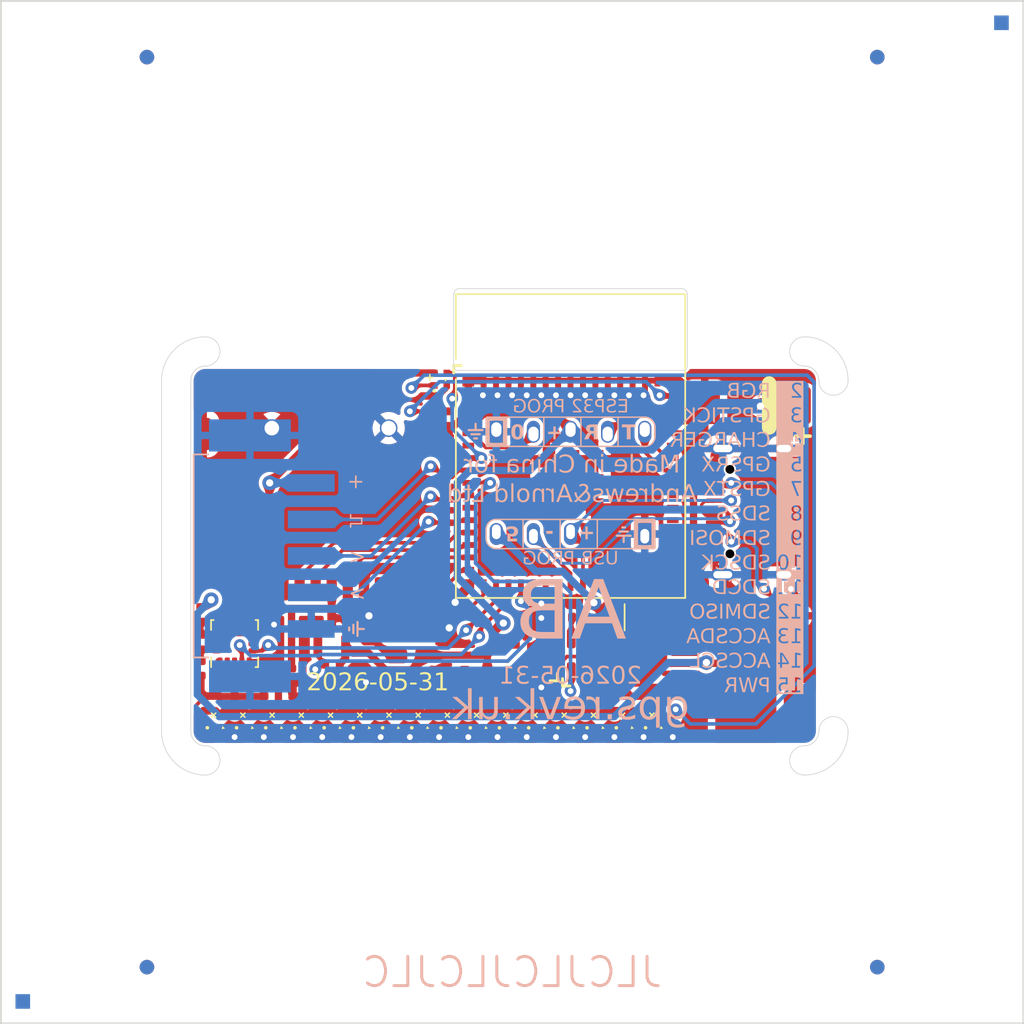
<source format=kicad_pcb>
(kicad_pcb (version 20221018) (generator pcbnew)
  (title_block (title "GPS reference") (date "${DATE}") (rev "5") (company "Adrian Kennard Andrews & Arnold Ltd") (comment 1 "www.me.uk") (comment 2 "@TheRealRevK"))
  (layers (0 "F.Cu" signal) (31 "B.Cu" signal) (34 "B.Paste" user) (35 "F.Paste" user) (36 "B.SilkS" user "B.Silkscreen") (37 "F.SilkS" user "F.Silkscreen") (38 "B.Mask" user) (39 "F.Mask" user) (44 "Edge.Cuts" user))
  (property "DATE" "2022-03-20")
  (net 0 "")
  (net 1 "D+")
  (net 2 "GND")
  (net 3 "D-")
  (net 4 "+3.3V")
  (net 5 "VBUS")
  (net 6 "Net-(J2-CC1)")
  (net 7 "Net-(D2-K)")
  (net 9 "Net-(J2-CC2)")
  (net 11 "GPSTICK")
  (net 12 "GPSTX")
  (net 13 "GPSRX")
  (net 14 "Net-(U1-EN)")
  (net 15 "RGB")
  (net 16 "Net-(J4-0)")
  (net 17 "Net-(J4-Rx)")
  (net 18 "Net-(J4-Tx)")
  (net 26 "VBAT")
  (net 28 "Net-(U3-PROG)")
  (net 31 "ADC1")
  (net 37 "ACCSCL")
  (net 38 "ACCSDA")
  (net 43 "Net-(D15-O)")
  (net 44 "Net-(D4-O)")
  (net 45 "Net-(D7-O)")
  (net 46 "Net-(D8-O)")
  (net 47 "Net-(D10-I)")
  (net 48 "Net-(D10-O)")
  (net 49 "Net-(D11-O)")
  (net 50 "Net-(D12-O)")
  (net 51 "Net-(D13-O)")
  (net 52 "Net-(D14-O)")
  (net 53 "Net-(D16-O)")
  (net 54 "Net-(D17-O)")
  (net 55 "Net-(D18-O)")
  (net 56 "Net-(D19-O)")
  (net 60 "SPWR")
  (net 61 "SDSS")
  (net 62 "SDMOSI")
  (net 63 "SDSCK")
  (net 64 "SDMISO")
  (net 65 "SDCD")
  (net 66 "PWR")
  (net 72 "Net-(R7-Pad1)")
  (net 74 "Net-(D21-O)")
  (net 75 "Net-(D22-O)")
  (net 79 "CHARGER")
  (footprint "RevK:DFN1006-2L" (layer "F.Cu") (at 95.7 97.1 -90)
    (fp_text reference "D5" hide)
    (fp_text value "~")
  )
  (footprint "RevK:SMD1010" (layer "F.Cu") (at 100 114.5 45)
    (fp_text reference "D12" hide)
    (fp_text value "XL-1010RGBC-WS2812B" hide)
  )
  (footprint "RevK:SMD1010" (layer "F.Cu") (at 82 114.5 45)
    (fp_text reference "D22" hide)
    (fp_text value "XL-1010RGBC-WS2812B" hide)
  )
  (footprint "RevK:DFN1006-2L" (layer "F.Cu") (at 90.65 108.45 -90)
    (fp_text reference "D6" hide)
    (fp_text value "~")
  )
  (footprint "RevK:C_0402" (layer "F.Cu") (at 87 113.1 90)
    (fp_text reference "C16" hide)
    (fp_text value "100nF" hide)
  )
  (footprint "RevK:SMD1010" (layer "F.Cu") (at 106 114.5 45)
    (fp_text reference "D9" hide)
    (fp_text value "XL-1010RGBC-WS2812B" hide)
  )
  (footprint "RevK:SMD1010" (layer "F.Cu") (at 95.1 90.9 90)
    (fp_text reference "D4" hide)
    (fp_text value "XL-1010RGBC-WS2812B" hide)
  )
  (footprint "RevK:C_0402" (layer "F.Cu") (at 103 113.1 90)
    (fp_text reference "C8" hide)
    (fp_text value "100nF" hide)
  )
  (footprint "RevK:R_0402" (layer "F.Cu") (at 95.7 93.6 90)
    (fp_text reference "R1" hide)
    (fp_text value "10K" hide)
  )
  (footprint "RevK:SMD1010" (layer "F.Cu") (at 84 114.5 45)
    (fp_text reference "D21" hide)
    (fp_text value "XL-1010RGBC-WS2812B" hide)
  )
  (footprint "RevK:CP_EIA-7343-31_Kemet-D" (layer "F.Cu") (at 116.3 92.7 180)
    (fp_text reference "C2" hide)
    (fp_text value "C_Polarized")
  )
  (footprint "RevK:C_0402" (layer "F.Cu") (at 91 113.1 90)
    (fp_text reference "C14" hide)
    (fp_text value "100nF" hide)
  )
  (footprint "RevK:C_0402" (layer "F.Cu") (at 85 113.1 90)
    (fp_text reference "C17" hide)
    (fp_text value "100nF" hide)
  )
  (footprint "RevK:SMD1010" (layer "F.Cu") (at 104 114.5 45)
    (fp_text reference "D10" hide)
    (fp_text value "XL-1010RGBC-WS2812B" hide)
  )
  (footprint "RevK:DFN1006-2L" (layer "F.Cu") (at 116 105.8)
    (fp_text reference "D20" hide)
    (fp_text value "~")
  )
  (footprint "RevK:C_0805" (layer "F.Cu") (at 112.75 106 -90)
    (fp_text reference "C26" hide)
    (fp_text value "100uF")
  )
  (footprint "RevK:C_0805" (layer "F.Cu") (at 92.1 108.8 90)
    (fp_text reference "C18" hide)
    (fp_text value "100uF")
  )
  (footprint "RevK:VCUT70N" (layer "F.Cu") (at 100 90)
    (fp_text reference "V1" hide)
    (fp_text value "~" hide)
  )
  (footprint "RevK:SOT-23-5" (layer "F.Cu") (at 105 109.8 90)
    (fp_text reference "U3" hide)
    (fp_text value "TP4054")
  )
  (footprint "RevK:SMD1010" (layer "F.Cu") (at 96 114.5 45)
    (fp_text reference "D14" hide)
    (fp_text value "XL-1010RGBC-WS2812B" hide)
  )
  (footprint "RevK:C_0402" (layer "F.Cu") (at 110.2 112.5 90)
    (fp_text reference "C3" hide)
    (fp_text value "100nF" hide)
  )
  (footprint "RevK:C_0402" (layer "F.Cu") (at 89 113.1 90)
    (fp_text reference "C15" hide)
    (fp_text value "100nF" hide)
  )
  (footprint "RevK:R_0402" (layer "F.Cu") (at 119.7 106.6 90)
    (fp_text reference "R3" hide)
    (fp_text value "5K1" hide)
  )
  (footprint "RevK:R_0402" (layer "F.Cu") (at 78.7 108.9 -90)
    (fp_text reference "R7" hide)
    (fp_text value "100K 1%" hide)
  )
  (footprint "RevK:C_0402" (layer "F.Cu") (at 109 113.1 90)
    (fp_text reference "C4" hide)
    (fp_text value "100nF" hide)
  )
  (footprint "RevK:C_0402" (layer "F.Cu") (at 105 113.1 90)
    (fp_text reference "C7" hide)
    (fp_text value "100nF" hide)
  )
  (footprint "RevK:D_SOD-123" (layer "F.Cu") (at 108.8 107.2)
    (fp_text reference "D2" hide)
    (fp_text value "MBR0530")
  )
  (footprint "RevK:SMD1010" (layer "F.Cu") (at 88 114.5 45)
    (fp_text reference "D18" hide)
    (fp_text value "XL-1010RGBC-WS2812B" hide)
  )
  (footprint "RevK:SOT-23-5" (layer "F.Cu") (at 101 110 180)
    (fp_text reference "U4" hide)
    (fp_text value "ME6211C33M5G-N")
  )
  (footprint "RevK:USB-C-Socket-H" (layer "F.Cu") (at 116.3 99.965 90)
    (fp_text reference "J2" hide)
    (fp_text value "USB-C-Socket-V")
  )
  (footprint "RevK:C_0402" (layer "F.Cu") (at 83 113.1 90)
    (fp_text reference "C23" hide)
    (fp_text value "100nF" hide)
  )
  (footprint "RevK:ESP32-S3-MINI-1" (layer "F.Cu") (at 104 98)
    (fp_text reference "U1" hide)
    (fp_text value "ESP32-S3-MINI-1" hide)
  )
  (footprint "RevK:SOT-23" (layer "F.Cu") (at 87.65 108.2 90)
    (fp_text reference "Q2" hide)
    (fp_text value "C179347")
  )
  (footprint "RevK:C_0402" (layer "F.Cu") (at 101 113.1 90)
    (fp_text reference "C9" hide)
    (fp_text value "100nF" hide)
  )
  (footprint "RevK:R_0402" (layer "F.Cu") (at 103.6 107.2)
    (fp_text reference "R4" hide)
    (fp_text value "10K" hide)
  )
  (footprint "RevK:VCUT70N" (layer "F.Cu") (at 121 100 90)
    (fp_text reference "V2" hide)
    (fp_text value "~" hide)
  )
  (footprint "RevK:SMD1010" (layer "F.Cu") (at 94 114.5 45)
    (fp_text reference "D15" hide)
    (fp_text value "XL-1010RGBC-WS2812B" hide)
  )
  (footprint "RevK:TF_PUSH" (layer "F.Cu") (at 86.6 99.95 180)
    (fp_text reference "J6" hide)
    (fp_text value "TF_PUSH")
  )
  (footprint "RevK:C_0805" (layer "F.Cu") (at 94.1 108.75 90)
    (fp_text reference "C1" hide)
    (fp_text value "100uF")
  )
  (footprint "RevK:C_0402" (layer "F.Cu") (at 79 113.1 90)
    (fp_text reference "C25" hide)
    (fp_text value "100nF" hide)
  )
  (footprint "RevK:R_0402" (layer "F.Cu") (at 105.5 107.2 180)
    (fp_text reference "R5" hide)
    (fp_text value "10K" hide)
  )
  (footprint "RevK:C_0402" (layer "F.Cu") (at 107 113.1 90)
    (fp_text reference "C6" hide)
    (fp_text value "100nF" hide)
  )
  (footprint "RevK:SMD1010" (layer "F.Cu") (at 80 114.5 45)
    (fp_text reference "D23" hide)
    (fp_text value "XL-1010RGBC-WS2812B" hide)
  )
  (footprint "RevK:C_0402" (layer "F.Cu") (at 99 113.1 90)
    (fp_text reference "C10" hide)
    (fp_text value "100nF" hide)
  )
  (footprint "RevK:SMD1010" (layer "F.Cu") (at 90 114.5 45)
    (fp_text reference "D17" hide)
    (fp_text value "XL-1010RGBC-WS2812B" hide)
  )
  (footprint "RevK:DFN1006-2L" (layer "F.Cu") (at 95.7 100.3 -90)
    (fp_text reference "D1" hide)
    (fp_text value "~")
  )
  (footprint "RevK:R_0402" (layer "F.Cu") (at 78.7 107 -90)
    (fp_text reference "R9" hide)
    (fp_text value "100K 1%" hide)
  )
  (footprint "RevK:C_0402" (layer "F.Cu") (at 93 113.1 90)
    (fp_text reference "C13" hide)
    (fp_text value "100nF" hide)
  )
  (footprint "RevK:C_0402" (layer "F.Cu") (at 94.6 92.55 90)
    (fp_text reference "C5" hide)
    (fp_text value "1uF" hide)
  )
  (footprint "RevK:C_0603" (layer "F.Cu") (at 97.525 111 180)
    (fp_text reference "C20" hide)
    (fp_text value "22uF")
  )
  (footprint "RevK:SMD1010" (layer "F.Cu") (at 98 114.5 45)
    (fp_text reference "D13" hide)
    (fp_text value "XL-1010RGBC-WS2812B" hide)
  )
  (footprint "RevK:SOT-23" (layer "F.Cu") (at 108.9375 110)
    (fp_text reference "Q1" hide)
    (fp_text value "CJ2301")
  )
  (footprint "RevK:SMD1010" (layer "F.Cu") (at 110 114.5 45)
    (fp_text reference "D7" hide)
    (fp_text value "XL-1010RGBC-WS2812B" hide)
  )
  (footprint "RevK:VCUT70N" (layer "F.Cu") (at 100 116)
    (fp_text reference "V4" hide)
    (fp_text value "~" hide)
  )
  (footprint "RevK:C_0603" (layer "F.Cu") (at 81.6 106 180)
    (fp_text reference "C22" hide)
    (fp_text value "22uF")
  )
  (footprint "RevK:SMD1010" (layer "F.Cu") (at 102 114.5 45)
    (fp_text reference "D11" hide)
    (fp_text value "XL-1010RGBC-WS2812B" hide)
  )
  (footprint "RevK:C_0402" (layer "F.Cu") (at 81 113.1 90)
    (fp_text reference "C24" hide)
    (fp_text value "100nF" hide)
  )
  (footprint "RevK:SMD1010" (layer "F.Cu") (at 108 114.5 45)
    (fp_text reference "D8" hide)
    (fp_text value "XL-1010RGBC-WS2812B" hide)
  )
  (footprint "RevK:C_0402" (layer "F.Cu") (at 84.9 111.2 -90)
    (fp_text reference "C21" hide)
    (fp_text value "100nF" hide)
  )
  (footprint "RevK:R_0402" (layer "F.Cu") (at 87.7 110.4 180)
    (fp_text reference "R6" hide)
    (fp_text value "10K" hide)
  )
  (footprint "RevK:R_0402" (layer "F.Cu") (at 118.7 106.6 -90)
    (fp_text reference "R2" hide)
    (fp_text value "5K1" hide)
  )
  (footprint "RevK:C_0402" (layer "F.Cu") (at 97 113.1 90)
    (fp_text reference "C11" hide)
    (fp_text value "100nF" hide)
  )
  (footprint "RevK:JST_PH_S2B-PH-SM4-TB_1x02-1MP_P2.00mm_Horizontal" (layer "F.Cu") (at 116 111)
    (fp_text reference "J1" hide)
    (fp_text value "JST-PH-SM4-TB")
  )
  (footprint "Package_LGA:LGA-16_3x3mm_P0.5mm_LayoutBorder3x5y" (layer "F.Cu") (at 81 109 90)
    (fp_text reference "U2" hide)
    (fp_text value "~")
  )
  (footprint "RevK:C_0402" (layer "F.Cu") (at 95.7 95.4 -90)
    (fp_text reference "C19" hide)
    (fp_text value "100nF" hide)
  )
  (footprint "RevK:SMD1010" (layer "F.Cu") (at 86 114.5 45)
    (fp_text reference "D19" hide)
    (fp_text value "XL-1010RGBC-WS2812B" hide)
  )
  (footprint "RevK:R_0402" (layer "F.Cu") (at 78.7 110.7 -90)
    (fp_text reference "R8" hide)
    (fp_text value "100K 1%" hide)
  )
  (footprint "RevK:C_0402" (layer "F.Cu") (at 95 113.1 90)
    (fp_text reference "C12" hide)
    (fp_text value "100nF" hide)
  )
  (footprint "RevK:SMD1010" (layer "F.Cu") (at 92 114.5 45)
    (fp_text reference "D16" hide)
    (fp_text value "XL-1010RGBC-WS2812B" hide)
  )
  (footprint "RevK:DFN1006-2L" (layer "F.Cu") (at 95.7 98.7 -90)
    (fp_text reference "D3" hide)
    (fp_text value "~")
  )
  (footprint "RevK:PTSM-HH-5-RA-SMD" (layer "B.Cu") (at 80.9 103 90)
    (fp_text reference "J3" hide)
    (fp_text value "Conn_01x05")
  )
  (footprint "RevK:PCB7070" (layer "B.Cu") (at 100 100 180)
    (fp_text reference "PCB1" hide)
    (fp_text value "70x70" hide)
    (fp_line (start -35 -35) (end -35 35) (stroke (width 0.12)) (layer "Edge.Cuts"))
    (fp_line (start -35 35) (end 35 35) (stroke (width 0.12)) (layer "Edge.Cuts"))
    (fp_line (start 35 -35) (end -35 -35) (stroke (width 0.12)) (layer "Edge.Cuts"))
    (fp_line (start 35 35) (end 35 -35) (stroke (width 0.12)) (layer "Edge.Cuts"))
  )
  (footprint "RevK:USB-PROG" (layer "B.Cu") (at 104 101.5)
    (fp_text reference "J5" hide)
    (fp_text value "USB-PROG" hide)
  )
  (footprint "RevK:Shelly" (layer "B.Cu") (at 104 94.5 180)
    (fp_text reference "J4" hide)
    (fp_text value "Shelly" hide)
  )
  (gr_arc (start 120 88) (mid 122.12132 88.87868) (end 123 91) (stroke (width 0.05)) (layer "Edge.Cuts"))
  (gr_arc (start 79 88) (mid 80 89) (end 79 90) (stroke (width 0.05)) (layer "Edge.Cuts"))
  (gr_arc (start 120 90) (mid 119 89) (end 120 88) (stroke (width 0.05)) (layer "Edge.Cuts"))
  (gr_arc (start 112 90) (mid 111.912132 90.212132) (end 111.7 90.3) (stroke (width 0.05)) (layer "Edge.Cuts"))
  (gr_line (start 112 90) (end 112 85.1) (stroke (width 0.05)) (layer "Edge.Cuts"))
  (gr_line (start 76 115) (end 76 91) (stroke (width 0.05)) (layer "Edge.Cuts"))
  (gr_arc (start 123 115) (mid 122.12132 117.12132) (end 120 118) (stroke (width 0.05)) (layer "Edge.Cuts"))
  (gr_arc (start 76 91) (mid 76.87868 88.87868) (end 79 88) (stroke (width 0.05)) (layer "Edge.Cuts"))
  (gr_arc (start 78 91) (mid 78.292893 90.292893) (end 79 90) (stroke (width 0.05)) (layer "Edge.Cuts"))
  (gr_arc (start 121 115) (mid 120.707107 115.707107) (end 120 116) (stroke (width 0.05)) (layer "Edge.Cuts"))
  (gr_arc (start 96 85.1) (mid 96.117157 84.817157) (end 96.4 84.7) (stroke (width 0.05)) (layer "Edge.Cuts"))
  (gr_arc (start 121 115) (mid 122 114) (end 123 115) (stroke (width 0.05)) (layer "Edge.Cuts"))
  (gr_arc (start 96.3 90.3) (mid 96.087868 90.212132) (end 96 90) (stroke (width 0.05)) (layer "Edge.Cuts"))
  (gr_arc (start 79 116) (mid 78.292893 115.707107) (end 78 115) (stroke (width 0.05)) (layer "Edge.Cuts"))
  (gr_arc (start 123 91) (mid 122 92) (end 121 91) (stroke (width 0.05)) (layer "Edge.Cuts"))
  (gr_arc (start 120 90) (mid 120.707107 90.292893) (end 121 91) (stroke (width 0.05)) (layer "Edge.Cuts"))
  (gr_arc (start 79 116) (mid 80 117) (end 79 118) (stroke (width 0.05)) (layer "Edge.Cuts"))
  (gr_arc (start 120 118) (mid 119 117) (end 120 116) (stroke (width 0.05)) (layer "Edge.Cuts"))
  (gr_arc (start 79 118) (mid 76.87868 117.12132) (end 76 115) (stroke (width 0.05)) (layer "Edge.Cuts"))
  (gr_line (start 78 91) (end 78 115) (stroke (width 0.05)) (layer "Edge.Cuts"))
  (gr_line (start 96.3 90.3) (end 111.7 90.3) (stroke (width 0.05)) (layer "Edge.Cuts"))
  (gr_arc (start 111.6 84.7) (mid 111.882843 84.817157) (end 112 85.1) (stroke (width 0.05)) (layer "Edge.Cuts"))
  (gr_line (start 111.6 84.7) (end 96.4 84.7) (stroke (width 0.05)) (layer "Edge.Cuts"))
  (gr_line (start 96 90) (end 96 85.1) (stroke (width 0.05)) (layer "Edge.Cuts"))
  (gr_text "${CURRENT_DATE}" (at 104 111.25) (layer "B.SilkS") (effects (font (size 1.2 1.2)) (justify mirror)))
  (gr_text "⎍" (at 89.4 100.6 -90) (layer "B.SilkS") (effects (font (size 1 1) (thickness 0.1)) (justify mirror)))
  (gr_text "Made in China for\nAndrews&Arnold Ltd" (at 104.1 97.8) (layer "B.SilkS") (effects (font (size 1.2 1.2)) (justify mirror)))
  (gr_text ">" (at 89.4 105.6) (layer "B.SilkS") (effects (font (size 1 1)) (justify mirror)))
  (gr_text "RGB\nGPSTICK\nCHARGER\nGPSRX\nGPSTX\nSDSS\nSDMOSI\nSDSCK\nSDCD\nSDMISO\nACCSDA\nACCSCL\nPWR" (at 117.7 112.5) (layer "B.SilkS") (effects (font (size 1 1)) (justify left bottom mirror)))
  (gr_text "+" (at 89.3 97.9 180) (layer "B.SilkS") (effects (font (size 1 1)) (justify mirror)))
  (gr_text "⏚" (at 89.3 108 -90) (layer "B.SilkS") (effects (font (size 1 1)) (justify mirror)))
  (gr_text "2\n3\n4\n5\n7\n8\n9\n10\n11\n12\n13\n14\n15" (at 119.9 112.5) (layer "B.SilkS" knockout) (effects (font (size 1 1)) (justify left bottom mirror)))
  (gr_text "AB" (at 104 107) (layer "B.SilkS") (effects (font (size 4 4)) (justify mirror)))
  (gr_text "<" (at 89.4 103.1) (layer "B.SilkS") (effects (font (size 1 1)) (justify mirror)))
  (gr_text "gps.revk.uk" (at 104 113.35) (layer "B.SilkS") (effects (font (size 2 2)) (justify mirror)))
  (gr_text "${CURRENT_DATE}" (at 90.8 111.7) (layer "F.SilkS") (effects (font (size 1.2 1.2))))
  (segment (start 113.23759 99.215) (end 112.97 99.48259) (width 0.2) (layer "F.Cu") (net 1))
  (segment (start 112.97 99.94741) (end 113.23759 100.215) (width 0.2) (layer "F.Cu") (net 1))
  (segment (start 104.85 102.2) (end 104 101.35) (width 0.25) (layer "F.Cu") (net 1))
  (segment (start 104.85 105) (end 104.85 102.2) (width 0.25) (layer "F.Cu") (net 1))
  (segment (start 113.84 99.215) (end 113.23759 99.215) (width 0.2) (layer "F.Cu") (net 1))
  (segment (start 112.97 99.48259) (end 112.97 99.94741) (width 0.2) (layer "F.Cu") (net 1))
  (segment (start 113.84 99.215) (end 114.985 99.215) (width 0.2) (layer "F.Cu") (net 1))
  (segment (start 114.985 99.215) (end 115 99.2) (width 0.2) (layer "F.Cu") (net 1))
  (segment (start 113.23759 100.215) (end 113.84 100.215) (width 0.2) (layer "F.Cu") (net 1))
  (via (at 115 99.2) (size 0.8) (drill 0.4) (layers "F.Cu" "B.Cu") (net 1))
  (segment (start 106.15 99.2) (end 104 101.35) (width 0.2) (layer "B.Cu") (net 1))
  (segment (start 115 99.2) (end 106.15 99.2) (width 0.2) (layer "B.Cu") (net 1))
  (segment (start 80.5 107.414212) (end 80.739212 107.175) (width 0.25) (layer "F.Cu") (net 2))
  (segment (start 102.1375 110) (end 102.799999 110) (width 0.5) (layer "F.Cu") (net 2))
  (segment (start 95.672671 107.9) (end 95.697671 107.925) (width 0.5) (layer "F.Cu") (net 2))
  (segment (start 95.7 95.9) (end 95.380001 95.9) (width 0.5) (layer "F.Cu") (net 2))
  (segment (start 108.85 92.85) (end 108 92) (width 0.5) (layer "F.Cu") (net 2))
  (segment (start 92.875 94.875) (end 93.1 94.65) (width 0.5) (layer "F.Cu") (net 2))
  (segment (start 114.42 104.545) (end 115.675 105.8) (width 0.5) (layer "F.Cu") (net 2))
  (segment (start 103.3 109.499999) (end 103.3 108.55) (width 0.5) (layer "F.Cu") (net 2))
  (segment (start 114.625 106.85) (end 115 106.475) (width 0.5) (layer "F.Cu") (net 2))
  (segment (start 80.825 106) (end 80.825 106.925) (width 0.5) (layer "F.Cu") (net 2))
  (segment (start 79 112.6) (end 78.7 112.3) (width 0.5) (layer "F.Cu") (net 2))
  (segment (start 113.84 103.705) (end 114.42 104.285) (width 0.5) (layer "F.Cu") (net 2))
  (segment (start 92.875 98.1) (end 92.875 99.775) (width 0.5) (layer "F.Cu") (net 2))
  (segment (start 109.639188 92.85) (end 108.85 92.85) (width 0.5) (layer "F.Cu") (net 2))
  (segment (start 89.85 104.45) (end 90.3 104) (width 0.5) (layer "F.Cu") (net 2))
  (segment (start 90.3 104) (end 94.1 104) (width 0.5) (layer "F.Cu") (net 2))
  (segment (start 115 108.15) (end 115 106.475) (width 0.5) (layer "F.Cu") (net 2))
  (segment (start 109.6 112) (end 110.2 112) (width 0.5) (layer "F.Cu") (net 2))
  (segment (start 95.6 98.275) (end 95.175 98.275) (width 0.5) (layer "F.Cu") (net 2))
  (segment (start 113.84 103.165) (end 113.84 103.705) (width 0.5) (layer "F.Cu") (net 2))
  (segment (start 80.825 105.325) (end 79.75 104.25) (width 0.5) (layer "F.Cu") (net 2))
  (segment (start 95.380001 95.9) (end 94.35 94.869999) (width 0.5) (layer "F.Cu") (net 2))
  (segment (start 112.75 106.85) (end 114.625 106.85) (width 0.5) (layer "F.Cu") (net 2))
  (segment (start 95.525 91.575) (end 95 92.1) (width 0.25) (layer "F.Cu") (net 2))
  (segment (start 78.7 112.3) (end 78.7 111.2) (width 0.5) (layer "F.Cu") (net 2))
  (segment (start 111 91) (end 111.4875 91) (width 0.5) (layer "F.Cu") (net 2))
  (segment (start 97 105) (end 97 105.275) (width 0.5) (layer "F.Cu") (net 2))
  (segment (start 89.85 105.25) (end 89.85 104.45) (width 0.5) (layer "F.Cu") (net 2))
  (segment (start 80.825 106) (end 80.825 105.325) (width 0.5) (layer "F.Cu") (net 2))
  (segment (start 110.539189 93.75) (end 109.639188 92.85) (width 0.5) (layer "F.Cu") (net 2))
  (segment (start 95 92.1) (end 94.6 92.1) (width 0.25) (layer "F.Cu") (net 2))
  (segment (start 94.775 99.875) (end 95.6 99.875) (width 0.5) (layer "F.Cu") (net 2))
  (segment (start 111.15 115.4) (end 112.65 113.9) (width 0.5) (layer "F.Cu") (net 2))
  (segment (start 104.301056 106.25) (end 102 106.25) (width 0.5) (layer "F.Cu") (net 2))
  (segment (start 94.8 97.9) (end 93.075 97.9) (width 0.5) (layer "F.Cu") (net 2))
  (segment (start 113.1875 92.7) (end 112.1375 93.75) (width 0.5) (layer "F.Cu") (net 2))
  (segment (start 111 115.4) (end 111.15 115.4) (width 0.5) (layer "F.Cu") (net 2))
  (segment (start 81.5 107.414212) (end 81.5 107.775) (width 0.25) (layer "F.Cu") (net 2))
  (segment (start 112.1375 93.75) (end 111 93.75) (width 0.5) (layer "F.Cu") (net 2))
  (segment (start 113.84 96.765) (end 113.84 96.225) (width 0.5) (layer "F.Cu") (net 2))
  (segment (start 93.1 94.65) (end 94.35 94.65) (width 0.5) (layer "F.Cu") (net 2))
  (segment (start 105 107.2) (end 105 106.948944) (width 0.5) (layer "F.Cu") (net 2))
  (segment (start 102.799999 110) (end 103.3 109.499999) (width 0.5) (layer "F.Cu") (net 2))
  (segment (start 80.5 107.775) (end 80.5 107.414212) (width 0.25) (layer "F.Cu") (net 2))
  (segment (start 93.075 97.9) (end 92.875 98.1) (width 0.5) (layer "F.Cu") (net 2))
  (segment (start 84.9 111.7) (end 85.219999 111.7) (width 0.5) (layer "F.Cu") (net 2))
  (segment (start 80.739212 107.175) (end 81.260788 107.175) (width 0.25) (layer "F.Cu") (net 2))
  (segment (start 95.7 96.675) (end 95.7 95.9) (width 0.5) (layer "F.Cu") (net 2))
  (segment (start 79 115.4) (end 78.355 114.755) (width 0.25) (layer "F.Cu") (net 2))
  (segment (start 78.355 114.755) (end 78.355 113.245) (width 0.25) (layer "F.Cu") (net 2))
  (segment (start 115 106.475) (end 115.675 105.8) (width 0.5) (layer "F.Cu") (net 2))
  (segment (start 114.42 104.285) (end 114.42 104.545) (width 0.5) (layer "F.Cu") (net 2))
  (segment (start 111 93.75) (end 110.539189 93.75) (width 0.5) (layer "F.Cu") (net 2))
  (segment (start 111.4875 91) (end 113.1875 92.7) (width 0.5) (layer "F.Cu") (net 2))
  (segment (start 80.825 106.925) (end 81 107.1) (width 0.5) (layer "F.Cu") (net 2))
  (segment (start 95.175 98.275) (end 94.8 97.9) (width 0.5) (layer "F.Cu") (net 2))
  (segment (start 97 105.275) (end 96.1 106.175) (width 0.5) (layer "F.Cu") (net 2))
  (segment (start 85.219999 111.7) (end 85.67 111.249999) (width 0.5) (layer "F.Cu") (net 2))
  (segment (start 81.260788 107.175) (end 81.5 107.414212) (width 0.25) (layer "F.Cu") (net 2))
  (segment (start 113.84 96.225) (end 114.42 95.645) (width 0.5) (layer "F.Cu") (net 2))
  (segment (start 95.525 91.325) (end 95.525 91.575) (width 0.25) (layer "F.Cu") (net 2))
  (segment (start 78.355 113.245) (end 79 112.6) (width 0.25) (layer "F.Cu") (net 2))
  (segment (start 92.875 98.1) (end 92.875 94.875) (width 0.5) (layer "F.Cu") (net 2))
  (segment (start 92.9 99.8) (end 94.7 99.8) (width 0.5) (layer "F.Cu") (net 2))
  (segment (start 85.67 111.249999) (end 85.67 108.03) (width 0.5) (layer "F.Cu") (net 2))
  (segment (start 94.7 99.8) (end 94.775 99.875) (width 0.5) (layer "F.Cu") (net 2))
  (segment (start 103.3 108.55) (end 102 107.25) (width 0.5) (layer "F.Cu") (net 2))
  (segment (start 92.875 99.775) (end 92.9 99.8) (width 0.5) (layer "F.Cu") (net 2))
  (segment (start 109 112.6) (end 109.6 112) (width 0.5) (layer "F.Cu") (net 2))
  (segment (start 94.1 107.9) (end 95.672671 107.9) (width 0.5) (layer "F.Cu") (net 2))
  (segment (start 105 106.948944) (end 104.301056 106.25) (width 0.5) (layer "F.Cu") (net 2))
  (via (at 99 115.4) (size 0.8) (drill 0.4) (layers "F.Cu" "B.Cu") (net 2))
  (via (at 109 92) (size 0.8) (drill 0.4) (layers "F.Cu" "B.Cu") (net 2))
  (via (at 104 92) (size 0.8) (drill 0.4) (layers "F.Cu" "B.Cu") (net 2))
  (via (at 111 115.4) (size 0.8) (drill 0.4) (layers "F.Cu" "B.Cu") (net 2))
  (via (at 108 92) (size 0.8) (drill 0.4) (layers "F.Cu" "B.Cu") (net 2))
  (via (at 89 115.4) (size 0.8) (drill 0.4) (layers "F.Cu" "B.Cu") (net 2))
  (via (at 100 92) (size 0.8) (drill 0.4) (layers "F.Cu" "B.Cu") (net 2))
  (via (at 107 115.4) (size 0.8) (drill 0.4) (layers "F.Cu" "B.Cu") (net 2))
  (via (at 99 92) (size 0.8) (drill 0.4) (layers "F.Cu" "B.Cu") (net 2))
  (via (at 103 115.4) (size 0.8) (drill 0.4) (layers "F.Cu" "B.Cu") (net 2))
  (via (at 93 115.4) (size 0.8) (drill 0.4) (layers "F.Cu" "B.Cu") (net 2))
  (via (at 107 92) (size 0.8) (drill 0.4) (layers "F.Cu" "B.Cu") (net 2))
  (via (at 96.1 106.175) (size 1) (drill 0.5) (layers "F.Cu" "B.Cu") (net 2))
  (via (at 103 92) (size 0.8) (drill 0.4) (layers "F.Cu" "B.Cu") (net 2))
  (via (at 90.2 107.1) (size 1) (drill 0.5) (layers "F.Cu" "B.Cu") (net 2))
  (via (at 98 92) (size 0.8) (drill 0.4) (layers "F.Cu" "B.Cu") (net 2))
  (via (at 102 107.25) (size 0.8) (drill 0.4) (layers "F.Cu" "B.Cu") (net 2))
  (via (at 97 115.4) (size 0.8) (drill 0.4) (layers "F.Cu" "B.Cu") (net 2))
  (via (at 91 115.4) (size 0.8) (drill 0.4) (layers "F.Cu" "B.Cu") (net 2))
  (via (at 95.697671 107.925) (size 1) (drill 0.5) (layers "F.Cu" "B.Cu") (net 2))
  (via (at 87 115.4) (size 0.8) (drill 0.4) (layers "F.Cu" "B.Cu") (net 2))
  (via (at 101 92) (size 0.8) (drill 0.4) (layers "F.Cu" "B.Cu") (net 2))
  (via (at 102 92) (size 0.8) (drill 0.4) (layers "F.Cu" "B.Cu") (net 2))
  (via (at 81 115.4) (size 0.8) (drill 0.4) (layers "F.Cu" "B.Cu") (net 2))
  (via (at 95 115.4) (size 0.8) (drill 0.4) (layers "F.Cu" "B.Cu") (net 2))
  (via (at 102 106.25) (size 0.8) (drill 0.4) (layers "F.Cu" "B.Cu") (net 2))
  (via (at 90 111.65) (size 0.8) (drill 0.4) (layers "F.Cu" "B.Cu") (net 2))
  (via (at 109 115.4) (size 0.8) (drill 0.4) (layers "F.Cu" "B.Cu") (net 2))
  (via (at 102 112) (size 0.8) (drill 0.4) (layers "F.Cu" "B.Cu") (net 2))
  (via (at 105 115.4) (size 0.8) (drill 0.4) (layers "F.Cu" "B.Cu") (net 2))
  (via (at 106 92) (size 0.8) (drill 0.4) (layers "F.Cu" "B.Cu") (net 2))
  (via (at 83 115.4) (size 0.8) (drill 0.4) (layers "F.Cu" "B.Cu") (net 2))
  (via (at 85 115.4) (size 0.8) (drill 0.4) (layers "F.Cu" "B.Cu") (net 2))
  (via (at 101 115.4) (size 0.8) (drill 0.4) (layers "F.Cu" "B.Cu") (net 2))
  (via (at 105 92) (size 0.8) (drill 0.4) (layers "F.Cu" "B.Cu") (net 2))
  (via (at 83.7 107.7) (size 0.8) (drill 0.4) (layers "F.Cu" "B.Cu") (net 2))
  (segment (start 114.44241 100.715) (end 113.84 100.715) (width 0.2) (layer "F.Cu") (net 3))
  (segment (start 113.84 99.715) (end 114.44241 99.715) (width 0.2) (layer "F.Cu") (net 3))
  (segment (start 104 105) (end 104 104.19) (width 0.25) (layer "F.Cu") (net 3))
  (segment (start 113.84 100.715) (end 114.833396 100.715) (width 0.2) (layer "F.Cu") (net 3))
  (segment (start 114.71 100.44741) (end 114.44241 100.715) (width 0.2) (layer "F.Cu") (net 3))
  (segment (start 114.833396 100.715) (end 114.918231 100.630165) (width 0.2) (layer "F.Cu") (net 3))
  (segment (start 114.71 99.98259) (end 114.71 100.44741) (width 0.2) (layer "F.Cu") (net 3))
  (segment (start 104 104.19) (end 101.46 101.65) (width 0.25) (layer "F.Cu") (net 3))
  (segment (start 114.44241 99.715) (end 114.71 99.98259) (width 0.2) (layer "F.Cu") (net 3))
  (via (at 114.918231 100.630165) (size 0.8) (drill 0.4) (layers "F.Cu" "B.Cu") (net 3))
  (segment (start 114.738066 100.45) (end 114.918231 100.630165) (width 0.2) (layer "B.Cu") (net 3))
  (segment (start 101.46 101.65) (end 103.31 103.5) (width 0.2) (layer "B.Cu") (net 3))
  (segment (start 108.33 100.45) (end 114.738066 100.45) (width 0.2) (layer "B.Cu") (net 3))
  (segment (start 105.28 103.5) (end 108.33 100.45) (width 0.2) (layer "B.Cu") (net 3))
  (segment (start 103.31 103.5) (end 105.28 103.5) (width 0.2) (layer "B.Cu") (net 3))
  (segment (start 94.1 109.8) (end 98.3 109.8) (width 0.5) (layer "F.Cu") (net 4))
  (segment (start 104 94.35) (end 102.95 93.3) (width 0.5) (layer "F.Cu") (net 4))
  (segment (start 97.57 93.75) (end 97 93.75) (width 0.5) (layer "F.Cu") (net 4))
  (segment (start 95.7 94.1) (end 96.019999 94.1) (width 0.5) (layer "F.Cu") (net 4))
  (segment (start 91.35 110.8) (end 93.1 110.8) (width 0.5) (layer "F.Cu") (net 4))
  (segment (start 88.6 110) (end 88.2 110.4) (width 0.5) (layer "F.Cu") (net 4))
  (segment (start 91.35 110.8) (end 91.328122 110.8) (width 0.5) (layer "F.Cu") (net 4))
  (segment (start 96.369999 93.75) (end 97 93.75) (width 0.5) (layer "F.Cu") (net 4))
  (segment (start 117.05 92.7) (end 117 92.75) (width 1) (layer "F.Cu") (net 4))
  (segment (start 96.019999 94.1) (end 96.369999 93.75) (width 0.5) (layer "F.Cu") (net 4))
  (segment (start 91.328122 110.8) (end 90.178122 109.65) (width 0.5) (layer "F.Cu") (net 4))
  (segment (start 98.7125 108.2875) (end 99.4 107.6) (width 0.5) (layer "F.Cu") (net 4))
  (segment (start 90.178122 109.65) (end 89.1125 109.65) (width 0.5) (layer "F.Cu") (net 4))
  (segment (start 98.02 93.3) (end 97.57 93.75) (width 0.5) (layer "F.Cu") (net 4))
  (segment (start 102.95 93.3) (end 98.02 93.3) (width 0.5) (layer "F.Cu") (net 4))
  (segment (start 89.1125 109.65) (end 88.6 109.1375) (width 0.5) (layer "F.Cu") (net 4))
  (segment (start 95.7 94.9) (end 95.7 94.1) (width 0.5) (layer "F.Cu") (net 4))
  (segment (start 98.3125 109.8) (end 98.7125 109.4) (width 0.5) (layer "F.Cu") (net 4))
  (segment (start 119.4125 92.7) (end 117.05 92.7) (width 1) (layer "F.Cu") (net 4))
  (segment (start 99.8625 110.95) (end 98.35 110.95) (width 0.5) (layer "F.Cu") (net 4))
  (segment (start 98.3 111) (end 98.3 109.8) (width 0.5) (layer "F.Cu") (net 4))
  (segment (start 98.3 109.8) (end 98.3125 109.8) (width 0.5) (layer "F.Cu") (net 4))
  (segment (start 98.7125 109.4) (end 98.7125 108.2875) (width 0.5) (layer "F.Cu") (net 4))
  (segment (start 93.1 110.8) (end 94.1 109.8) (width 0.5) (layer "F.Cu") (net 4))
  (segment (start 88.6 109.1375) (end 88.6 110) (width 0.5) (layer "F.Cu") (net 4))
  (via (at 117 92.75) (size 1) (drill 0.5) (layers "F.Cu" "B.Cu") (net 4))
  (via (at 99.4 107.6) (size 1) (drill 0.5) (layers "F.Cu" "B.Cu") (net 4))
  (segment (start 96.25 98) (end 96.25 104.45) (width 0.5) (layer "B.Cu") (net 4))
  (segment (start 96.25 104.45) (end 99.4 107.6) (width 0.5) (layer "B.Cu") (net 4))
  (segment (start 110 96.75) (end 106.4 96.75) (width 1) (layer "B.Cu") (net 4))
  (segment (start 104 94.35) (end 101.2 97.15) (width 0.5) (layer "B.Cu") (net 4))
  (segment (start 101.2 97.15) (end 97.1 97.15) (width 0.5) (layer "B.Cu") (net 4))
  (segment (start 97.1 97.15) (end 96.25 98) (width 0.5) (layer "B.Cu") (net 4))
  (segment (start 106.4 96.75) (end 104 94.35) (width 1) (layer "B.Cu") (net 4))
  (segment (start 117 92.75) (end 114 92.75) (width 1) (layer "B.Cu") (net 4))
  (segment (start 114 92.75) (end 110 96.75) (width 1) (layer "B.Cu") (net 4))
  (segment (start 106 107.2) (end 106 106.789172) (width 0.5) (layer "F.Cu") (net 5))
  (segment (start 112.87 102.365) (end 113.84 102.365) (width 0.5) (layer "F.Cu") (net 5))
  (segment (start 108 109.05) (end 108.6 109.05) (width 0.5) (layer "F.Cu") (net 5))
  (segment (start 108.05 109) (end 108 109.05) (width 0.5) (layer "F.Cu") (net 5))
  (segment (start 113.065 102.365) (end 113.84 102.365) (width 0.5) (layer "F.Cu") (net 5))
  (segment (start 112.77 97.565) (end 112.42 97.915) (width 0.5) (layer "F.Cu") (net 5))
  (segment (start 107.660828 106.15) (end 108.05 106.539172) (width 0.5) (layer "F.Cu") (net 5))
  (segment (start 110.5 107.2) (end 112.75 104.95) (width 0.5) (layer "F.Cu") (net 5))
  (segment (start 106.639172 106.15) (end 107.660828 106.15) (width 0.5) (layer "F.Cu") (net 5))
  (segment (start 106 106.6) (end 105.6 106.2) (width 0.5) (layer "F.Cu") (net 5))
  (segment (start 112.42 101.72) (end 113.065 102.365) (width 0.5) (layer "F.Cu") (net 5))
  (segment (start 106 107.2) (end 106 106.6) (width 0.5) (layer "F.Cu") (net 5))
  (segment (start 105.95 107.25) (end 106 107.2) (width 0.5) (layer "F.Cu") (net 5))
  (segment (start 106 106.789172) (end 106.639172 106.15) (width 0.5) (layer "F.Cu") (net 5))
  (segment (start 113.84 97.565) (end 112.77 97.565) (width 0.5) (layer "F.Cu") (net 5))
  (segment (start 112.75 102.485) (end 112.87 102.365) (width 0.5) (layer "F.Cu") (net 5))
  (segment (start 108.6 109.05) (end 110.45 107.2) (width 0.5) (layer "F.Cu") (net 5))
  (segment (start 108.05 106.539172) (end 108.05 109) (width 0.5) (layer "F.Cu") (net 5))
  (segment (start 112.42 97.915) (end 112.42 101.72) (width 0.5) (layer "F.Cu") (net 5))
  (segment (start 112.75 102.485) (end 112.75 104.95) (width 0.5) (layer "F.Cu") (net 5))
  (segment (start 105.95 108.6625) (end 105.95 107.25) (width 0.5) (layer "F.Cu") (net 5))
  (via (at 105.6 106.2) (size 1) (drill 0.5) (layers "F.Cu" "B.Cu") (net 5))
  (segment (start 98.92 101.35) (end 101.62 104.05) (width 0.5) (layer "B.Cu") (net 5))
  (segment (start 101.62 104.05) (end 103.45 104.05) (width 0.5) (layer "B.Cu") (net 5))
  (segment (start 103.45 104.05) (end 105.6 106.2) (width 0.5) (layer "B.Cu") (net 5))
  (segment (start 113.84 101.215) (end 114.477764 101.215) (width 0.25) (layer "F.Cu") (net 6))
  (segment (start 118.7 106.1) (end 118.1 106.1) (width 0.25) (layer "F.Cu") (net 6))
  (segment (start 114.477764 101.215) (end 115.008175 101.745411) (width 0.25) (layer "F.Cu") (net 6))
  (segment (start 115.008175 101.745411) (end 115.008175 102.025139) (width 0.25) (layer "F.Cu") (net 6))
  (segment (start 118.1 106.1) (end 117.25 105.25) (width 0.25) (layer "F.Cu") (net 6))
  (via (at 117.25 105.25) (size 0.8) (drill 0.4) (layers "F.Cu" "B.Cu") (net 6))
  (via (at 115.008175 102.025139) (size 0.8) (drill 0.4) (layers "F.Cu" "B.Cu") (net 6))
  (segment (start 117.25 105.25) (end 116.75 104.75) (width 0.25) (layer "B.Cu") (net 6))
  (segment (start 116.275139 102.025139) (end 115.008175 102.025139) (width 0.25) (layer "B.Cu") (net 6))
  (segment (start 116.75 104.75) (end 116.75 102.5) (width 0.25) (layer "B.Cu") (net 6))
  (segment (start 116.75 102.5) (end 116.275139 102.025139) (width 0.25) (layer "B.Cu") (net 6))
  (segment (start 106.9375 107.4125) (end 106.9375 109.8875) (width 0.25) (layer "F.Cu") (net 7))
  (segment (start 102.1375 109.05) (end 101.200908 109.05) (width 0.25) (layer "F.Cu") (net 7))
  (segment (start 102.1375 110.95) (end 102.699092 110.95) (width 0.25) (layer "F.Cu") (net 7))
  (segment (start 101.15 110.624999) (end 101.475001 110.95) (width 0.25) (layer "F.Cu") (net 7))
  (segment (start 101.15 109.100908) (end 101.15 110.624999) (width 0.25) (layer "F.Cu") (net 7))
  (segment (start 101.475001 110.95) (end 102.1375 110.95) (width 0.25) (layer "F.Cu") (net 7))
  (segment (start 103.761592 109.8875) (end 106.9375 109.8875) (width 0.25) (layer "F.Cu") (net 7))
  (segment (start 108 110.95) (end 106.9375 109.8875) (width 0.25) (layer "F.Cu") (net 7))
  (segment (start 102.699092 110.95) (end 103.761592 109.8875) (width 0.25) (layer "F.Cu") (net 7))
  (segment (start 101.200908 109.05) (end 101.15 109.100908) (width 0.25) (layer "F.Cu") (net 7))
  (segment (start 114.785 98.215) (end 113.84 98.215) (width 0.25) (layer "F.Cu") (net 9))
  (segment (start 115 98) (end 114.785 98.215) (width 0.25) (layer "F.Cu") (net 9))
  (segment (start 119.7 106.1) (end 119.7 105.869694) (width 0.25) (layer "F.Cu") (net 9))
  (segment (start 119.7 105.869694) (end 119.088368 105.258062) (width 0.25) (layer "F.Cu") (net 9))
  (via (at 119.088368 105.258062) (size 0.8) (drill 0.4) (layers "F.Cu" "B.Cu") (net 9))
  (via (at 115 98) (size 0.8) (drill 0.4) (layers "F.Cu" "B.Cu") (net 9))
  (segment (start 117.75 98) (end 119.585 99.835) (width 0.25) (layer "B.Cu") (net 9))
  (segment (start 119.585 99.835) (end 119.585 104.76143) (width 0.25) (layer "B.Cu") (net 9))
  (segment (start 119.585 104.76143) (end 119.088368 105.258062) (width 0.25) (layer "B.Cu") (net 9))
  (segment (start 115 98) (end 117.75 98) (width 0.25) (layer "B.Cu") (net 9))
  (segment (start 96.35 97.15) (end 95.975 97.525) (width 0.25) (layer "F.Cu") (net 11))
  (segment (start 97 97.15) (end 96.35 97.15) (width 0.25) (layer "F.Cu") (net 11))
  (segment (start 95.6 97.525) (end 95.275001 97.525) (width 0.25) (layer "F.Cu") (net 11))
  (segment (start 94.606838 96.856837) (end 94.425 96.856837) (width 0.25) (layer "F.Cu") (net 11))
  (segment (start 95.275001 97.525) (end 94.606838 96.856837) (width 0.25) (layer "F.Cu") (net 11))
  (segment (start 95.975 97.525) (end 95.6 97.525) (width 0.25) (layer "F.Cu") (net 11))
  (via (at 94.425 96.856837) (size 0.8) (drill 0.4) (layers "F.Cu" "B.Cu") (net 11))
  (segment (start 86.605 100.5) (end 90.781837 100.5) (width 0.25) (layer "B.Cu") (net 11))
  (segment (start 90.781837 100.5) (end 94.425 96.856837) (width 0.25) (layer "B.Cu") (net 11))
  (segment (start 97 100.55) (end 96.55 100.55) (width 0.25) (layer "F.Cu") (net 12))
  (segment (start 94.354736 100.725) (end 94.279736 100.65) (width 0.25) (layer "F.Cu") (net 12))
  (segment (start 96.55 100.55) (end 96.375 100.725) (width 0.25) (layer "F.Cu") (net 12))
  (segment (start 95.6 100.725) (end 94.354736 100.725) (width 0.25) (layer "F.Cu") (net 12))
  (segment (start 96.375 100.725) (end 95.6 100.725) (width 0.25) (layer "F.Cu") (net 12))
  (via (at 94.279736 100.65) (size 0.8) (drill 0.4) (layers "F.Cu" "B.Cu") (net 12))
  (segment (start 89.429736 105.5) (end 94.279736 100.65) (width 0.25) (layer "B.Cu") (net 12))
  (segment (start 86.605 105.5) (end 89.429736 105.5) (width 0.25) (layer "B.Cu") (net 12))
  (segment (start 94.613891 99.125) (end 94.413891 98.925) (width 0.25) (layer "F.Cu") (net 13))
  (segment (start 95.6 99.125) (end 94.613891 99.125) (width 0.25) (layer "F.Cu") (net 13))
  (segment (start 97 98.85) (end 96.55 98.85) (width 0.25) (layer "F.Cu") (net 13))
  (segment (start 96.55 98.85) (end 96.275 99.125) (width 0.25) (layer "F.Cu") (net 13))
  (segment (start 96.275 99.125) (end 95.6 99.125) (width 0.25) (layer "F.Cu") (net 13))
  (via (at 94.413891 98.925) (size 0.8) (drill 0.4) (layers "F.Cu" "B.Cu") (net 13))
  (segment (start 86.605 103) (end 90.338891 103) (width 0.25) (layer "B.Cu") (net 13))
  (segment (start 90.338891 103) (end 94.413891 98.925) (width 0.25) (layer "B.Cu") (net 13))
  (segment (start 95.7 93.1) (end 93 93.1) (width 0.25) (layer "F.Cu") (net 14))
  (segment (start 110.15 92.05) (end 110.1 92) (width 0.25) (layer "F.Cu") (net 14))
  (segment (start 111 92.05) (end 110.15 92.05) (width 0.25) (layer "F.Cu") (net 14))
  (via (at 93 93.1) (size 0.8) (drill 0.4) (layers "F.Cu" "B.Cu") (net 14))
  (via (at 110.1 92) (size 0.8) (drill 0.4) (layers "F.Cu" "B.Cu") (net 14))
  (segment (start 93 93.1) (end 95.025 91.075) (width 0.25) (layer "B.Cu") (net 14))
  (segment (start 109.175 91.075) (end 110.1 92) (width 0.25) (layer "B.Cu") (net 14))
  (segment (start 95.025 91.075) (end 109.175 91.075) (width 0.25) (layer "B.Cu") (net 14))
  (segment (start 95.888122 90.475) (end 96.075 90.661878) (width 0.25) (layer "F.Cu") (net 15))
  (segment (start 96.075 90.661878) (end 96.075 92.055725) (width 0.25) (layer "F.Cu") (net 15))
  (segment (start 95.525 90.475) (end 95.888122 90.475) (width 0.25) (layer "F.Cu") (net 15))
  (segment (start 96.075 92.055725) (end 95.900223 92.230502) (width 0.25) (layer "F.Cu") (net 15))
  (segment (start 97.9 96.3) (end 97 96.3) (width 0.25) (layer "F.Cu") (net 15))
  (via (at 95.900223 92.230502) (size 0.8) (drill 0.4) (layers "F.Cu" "B.Cu") (net 15))
  (via (at 97.9 96.3) (size 0.8) (drill 0.4) (layers "F.Cu" "B.Cu") (net 15))
  (segment (start 95.900223 94.300223) (end 97.9 96.3) (width 0.25) (layer "B.Cu") (net 15))
  (segment (start 95.900223 94.300223) (end 95.900223 92.230502) (width 0.25) (layer "B.Cu") (net 15))
  (segment (start 98.2 95.575) (end 97.225 94.6) (width 0.25) (layer "F.Cu") (net 16))
  (segment (start 100.535 95.575) (end 98.2 95.575) (width 0.25) (layer "F.Cu") (net 16))
  (segment (start 101.46 94.65) (end 100.535 95.575) (width 0.25) (layer "F.Cu") (net 16))
  (segment (start 109.855 93.878984) (end 109.401016 93.425) (width 0.25) (layer "F.Cu") (net 17))
  (segment (start 109.401016 93.425) (end 107.765 93.425) (width 0.25) (layer "F.Cu") (net 17))
  (segment (start 109.855 95.555) (end 109.855 93.878984) (width 0.25) (layer "F.Cu") (net 17))
  (segment (start 111 96.3) (end 110.6 96.3) (width 0.25) (layer "F.Cu") (net 17))
  (segment (start 110.6 96.3) (end 109.855 95.555) (width 0.25) (layer "F.Cu") (net 17))
  (segment (start 107.765 93.425) (end 106.54 94.65) (width 0.25) (layer "F.Cu") (net 17))
  (segment (start 110.35 97.15) (end 111 97.15) (width 0.25) (layer "F.Cu") (net 18))
  (segment (start 109.08 94.35) (end 109.08 95.88) (width 0.25) (layer "F.Cu") (net 18))
  (segment (start 109.08 95.88) (end 110.35 97.15) (width 0.25) (layer "F.Cu") (net 18))
  (segment (start 106.7125 111.7) (end 108.9 111.7) (width 0.5) (layer "F.Cu") (net 26))
  (segment (start 110.225 110.35) (end 116.55 110.35) (width 0.5) (layer "F.Cu") (net 26))
  (segment (start 105.95 110.9375) (end 106.7125 111.7) (width 0.5) (layer "F.Cu") (net 26))
  (segment (start 117 109.9) (end 117 108.15) (width 0.5) (layer "F.Cu") (net 26))
  (segment (start 109.875 110) (end 110.225 110.35) (width 0.5) (layer "F.Cu") (net 26))
  (segment (start 78.9 106.5) (end 79.4 106) (width 0.5) (layer "F.Cu") (net 26))
  (segment (start 116.55 110.35) (end 117 109.9) (width 0.5) (layer "F.Cu") (net 26))
  (segment (start 117 106.6) (end 116.375 105.975) (width 0.5) (layer "F.Cu") (net 26))
  (segment (start 108.9 111.7) (end 109.875 110.725) (width 0.5) (layer "F.Cu") (net 26))
  (segment (start 109.875 110.725) (end 109.875 110) (width 0.5) (layer "F.Cu") (net 26))
  (segment (start 78.7 106.5) (end 78.9 106.5) (width 0.5) (layer "F.Cu") (net 26))
  (segment (start 116.375 105.975) (end 116.375 105.8) (width 0.5) (layer "F.Cu") (net 26))
  (via (at 79.4 106) (size 1) (drill 0.5) (layers "F.Cu" "B.Cu") (net 26))
  (via (at 113.3 110.3) (size 1) (drill 0.5) (layers "F.Cu" "B.Cu") (net 26))
  (segment (start 78.45 112.5) (end 78.45 106.95) (width 0.5) (layer "B.Cu") (net 26))
  (segment (start 113.3 110.3) (end 110.7 110.3) (width 0.5) (layer "B.Cu") (net 26))
  (segment (start 79.95 114) (end 78.45 112.5) (width 0.5) (layer "B.Cu") (net 26))
  (segment (start 78.45 106.95) (end 79.4 106) (width 0.5) (layer "B.Cu") (net 26))
  (segment (start 107 114) (end 79.95 114) (width 0.5) (layer "B.Cu") (net 26))
  (segment (start 110.7 110.3) (end 107 114) (width 0.5) (layer "B.Cu") (net 26))
  (segment (start 104.05 108.6625) (end 104.05 107.25) (width 0.25) (layer "F.Cu") (net 28))
  (segment (start 79.775 109.5) (end 78.8 109.5) (width 0.25) (layer "F.Cu") (net 31))
  (segment (start 78.7 109.4) (end 78.7 110.2) (width 0.25) (layer "F.Cu") (net 31))
  (segment (start 99.75 106.083273) (end 97.750098 108.083175) (width 0.25) (layer "F.Cu") (net 37))
  (segment (start 99.75 105) (end 99.75 106.083273) (width 0.25) (layer "F.Cu") (net 37))
  (segment (start 81.5 110.225) (end 81.5 109.249502) (width 0.25) (layer "F.Cu") (net 37))
  (segment (start 97.750098 108.083175) (end 97.750098 108.512941) (width 0.25) (layer "F.Cu") (net 37))
  (segment (start 81.5 109.249502) (end 81.3505 109.100002) (width 0.25) (layer "F.Cu") (net 37))
  (via (at 81.3505 109.100002) (size 0.8) (drill 0.4) (layers "F.Cu" "B.Cu") (net 37))
  (via (at 97.750098 108.512941) (size 0.8) (drill 0.4) (layers "F.Cu" "B.Cu") (net 37))
  (segment (start 96.513039 109.75) (end 97.750098 108.512941) (width 0.25) (layer "B.Cu") (net 37))
  (segment (start 81.3505 109.100002) (end 82.075498 109.825) (width 0.25) (layer "B.Cu") (net 37))
  (segment (start 82.075498 109.825) (end 86.738604 109.825) (width 0.25) (layer "B.Cu") (net 37))
  (segment (start 86.738604 109.825) (end 86.813604 109.75) (width 0.25) (layer "B.Cu") (net 37))
  (segment (start 86.813604 109.75) (end 96.513039 109.75) (width 0.25) (layer "B.Cu") (net 37))
  (segment (start 98.9 105) (end 98.9 106.030368) (width 0.25) (layer "F.Cu") (net 38))
  (segment (start 82.9 109.5) (end 83.3 109.1) (width 0.25) (layer "F.Cu") (net 38))
  (segment (start 82.225 109.5) (end 82.9 109.5) (width 0.25) (layer "F.Cu") (net 38))
  (segment (start 98.9 106.030368) (end 96.847119 108.083249) (width 0.25) (layer "F.Cu") (net 38))
  (via (at 83.3 109.1) (size 0.8) (drill 0.4) (layers "F.Cu" "B.Cu") (net 38))
  (via (at 96.847119 108.083249) (size 0.8) (drill 0.4) (layers "F.Cu" "B.Cu") (net 38))
  (segment (start 83.5 109.3) (end 95.630368 109.3) (width 0.25) (layer "B.Cu") (net 38))
  (segment (start 95.630368 109.3) (end 96.847119 108.083249) (width 0.25) (layer "B.Cu") (net 38))
  (segment (start 83.3 109.1) (end 83.5 109.3) (width 0.25) (layer "B.Cu") (net 38))
  (segment (start 93.398959 114.5) (end 92.601041 114.5) (width 0.25) (layer "F.Cu") (net 43))
  (segment (start 111.2 113.5) (end 111.2 113.901041) (width 0.25) (layer "F.Cu") (net 44))
  (segment (start 93.275 91.325) (end 93.1 91.5) (width 0.25) (layer "F.Cu") (net 44))
  (segment (start 94.675 91.325) (end 93.275 91.325) (width 0.25) (layer "F.Cu") (net 44))
  (segment (start 111.2 113.901041) (end 110.601041 114.5) (width 0.25) (layer "F.Cu") (net 44))
  (via (at 93.1 91.5) (size 0.8) (drill 0.4) (layers "F.Cu" "B.Cu") (net 44))
  (via (at 111.2 113.5) (size 0.8) (drill 0.4) (layers "F.Cu" "B.Cu") (net 44))
  (segment (start 120.675 110.525) (end 116.7 114.5) (width 0.25) (layer "B.Cu") (net 44))
  (segment (start 93.1 91.5) (end 93.975 90.625) (width 0.25) (layer "B.Cu") (net 44))
  (segment (start 112.2 114.5) (end 116.7 114.5) (width 0.25) (layer "B.Cu") (net 44))
  (segment (start 120.19669 90.625) (end 120.675 91.10331) (width 0.25) (layer "B.Cu") (net 44))
  (segment (start 120.675 91.10331) (end 120.675 110.525) (width 0.25) (layer "B.Cu") (net 44))
  (segment (start 112.2 114.5) (end 111.2 113.5) (width 0.25) (layer "B.Cu") (net 44))
  (segment (start 93.975 90.625) (end 120.19669 90.625) (width 0.25) (layer "B.Cu") (net 44))
  (segment (start 109.398959 114.5) (end 108.601041 114.5) (width 0.25) (layer "F.Cu") (net 45))
  (segment (start 107.398959 114.5) (end 106.601041 114.5) (width 0.25) (layer "F.Cu") (net 46))
  (segment (start 105.398959 114.5) (end 104.601041 114.5) (width 0.25) (layer "F.Cu") (net 47))
  (segment (start 103.398959 114.5) (end 102.601041 114.5) (width 0.25) (layer "F.Cu") (net 48))
  (segment (start 101.398959 114.5) (end 100.601041 114.5) (width 0.25) (layer "F.Cu") (net 49))
  (segment (start 99.398959 114.5) (end 98.601041 114.5) (width 0.25) (layer "F.Cu") (net 50))
  (segment (start 97.398959 114.5) (end 96.601041 114.5) (width 0.25) (layer "F.Cu") (net 51))
  (segment (start 95.398959 114.5) (end 94.601041 114.5) (width 0.25) (layer "F.Cu") (net 52))
  (segment (start 91.398959 114.5) (end 90.601041 114.5) (width 0.25) (layer "F.Cu") (net 53))
  (segment (start 89.398959 114.5) (end 88.601041 114.5) (width 0.25) (layer "F.Cu") (net 54))
  (segment (start 87.398959 114.5) (end 86.601041 114.5) (width 0.25) (layer "F.Cu") (net 55))
  (segment (start 85.398959 114.5) (end 84.601041 114.5) (width 0.25) (layer "F.Cu") (net 56))
  (segment (start 82.375 106) (end 83.37 106) (width 0.5) (layer "F.Cu") (net 60))
  (segment (start 107.701041 113.6) (end 108 113.898959) (width 0.5) (layer "F.Cu") (net 60))
  (segment (start 110.2 113) (end 110.2 113.101041) (width 0.5) (layer "F.Cu") (net 60))
  (segment (start 87 113.6) (end 87.701041 113.6) (width 0.5) (layer "F.Cu") (net 60))
  (segment (start 85 113.6) (end 84.298959 113.6) (width 0.5) (layer "F.Cu") (net 60))
  (segment (start 99 113.6) (end 99.701041 113.6) (width 0.5) (layer "F.Cu") (net 60))
  (segment (start 82.575 106.2) (end 82.575 108.166854) (width 0.5) (layer "F.Cu") (net 60))
  (segment (start 89 113.6) (end 89.701041 113.6) (width 0.5) (layer "F.Cu") (net 60))
  (segment (start 109.701041 113.6) (end 110 113.898959) (width 0.5) (layer "F.Cu") (net 60))
  (segment (start 84.9 110.7) (end 84.580001 110.7) (width 0.5) (layer "F.Cu") (net 60))
  (segment (start 81 113.6) (end 80.298959 113.6) (width 0.5) (layer "F.Cu") (net 60))
  (segment (start 89.927684 108.875) (end 88.315184 107.2625) (width 0.5) (layer "F.Cu") (net 60))
  (segment (start 98.1 113.798959) (end 98 113.898959) (width 0.5) (layer "F.Cu") (net 60))
  (segment (start 87.701041 113.6) (end 88 113.898959) (width 0.5) (layer "F.Cu") (net 60))
  (segment (start 83.37 98.03) (end 83.4 98) (width 0.5) (layer "F.Cu") (net 60))
  (segment (start 104 113.898959) (end 104.298959 113.6) (width 0.5) (layer "F.Cu") (net 60))
  (segment (start 84 111.4) (end 84 111.9) (width 0.5) (layer "F.Cu") (net 60))
  (segment (start 85.701041 113.6) (end 86 113.898959) (width 0.5) (layer "F.Cu") (net 60))
  (segment (start 105 113.6) (end 105.701041 113.6) (width 0.5) (layer "F.Cu") (net 60))
  (segment (start 80.298959 113.6) (end 80 113.898959) (width 0.5) (layer "F.Cu") (net 60))
  (segment (start 79.701041 113.6) (end 79 113.6) (width 0.5) (layer "F.Cu") (net 60))
  (segment (start 82 113.898959) (end 81.701041 113.6) (width 0.5) (layer "F.Cu") (net 60))
  (segment (start 103.701041 113.6) (end 104 113.898959) (width 0.5) (layer "F.Cu") (net 60))
  (segment (start 80 113.898959) (end 79.701041 113.6) (width 0.5) (layer "F.Cu") (net 60))
  (segment (start 91.701041 113.6) (end 91 113.6) (width 0.5) (layer "F.Cu") (net 60))
  (segment (start 90.65 108.875) (end 89.927684 108.875) (width 0.5) (layer "F.Cu") (net 60))
  (segment (start 96 113.898959) (end 96.298959 113.6) (width 0.5) (layer "F.Cu") (net 60))
  (segment (start 89.701041 113.6) (end 90 113.898959) (width 0.5) (layer "F.Cu") (net 60))
  (segment (start 86 113.898959) (end 86.298959 113.6) (width 0.5) (layer "F.Cu") (net 60))
  (segment (start 83.37 106.6) (end 83.37 106) (width 0.5) (layer "F.Cu") (net 60))
  (segment (start 79.9 108.375) (end 82.1 108.375) (width 0.25) (layer "F.Cu") (net 60))
  (segment (start 85 113.6) (end 85.701041 113.6) (width 0.5) (layer "F.Cu") (net 60))
  (segment (start 82.298959 113.6) (end 82 113.898959) (width 0.5) (layer "F.Cu") (net 60))
  (segment (start 103 113.6) (end 103.701041 113.6) (width 0.5) (layer "F.Cu") (net 60))
  (segment (start 100 113.898959) (end 100.298959 113.6) (width 0.5) (layer "F.Cu") (net 60))
  (segment (start 109 113.6) (end 109.701041 113.6) (width 0.5) (layer "F.Cu") (net 60))
  (segment (start 97.701041 113.6) (end 98 113.898959) (width 0.5) (layer "F.Cu") (net 60))
  (segment (start 84.9 110.7) (end 84.9 106.6) (width 0.5) (layer "F.Cu") (net 60))
  (segment (start 98.298959 113.6) (end 99 113.6) (width 0.5) (layer "F.Cu") (net 60))
  (segment (start 84.298959 113.6) (end 84 113.898959) (width 0.5) (layer "F.Cu") (net 60))
  (segment (start 98 113.898959) (end 98.298959 113.6) (width 0.5) (layer "F.Cu") (net 60))
  (segment (start 83.37 106.6) (end 84.9 106.6) (width 0.5) (layer "F.Cu") (net 60))
  (segment (start 81.701041 113.6) (end 81 113.6) (width 0.5) (layer "F.Cu") (net 60))
  (segment (start 95 113.6) (end 95.701041 113.6) (width 0.5) (layer "F.Cu") (net 60))
  (segment (start 97 113.6) (end 97.701041 113.6) (width 0.5) (layer "F.Cu") (net 60))
  (segment (start 84 111.280001) (end 84 111.4) (width 0.5) (layer "F.Cu") (net 60))
  (segment (start 90.925 90.475) (end 94.675 90.475) (width 0.5) (layer "F.Cu") (net 60))
  (segment (start 104.298959 113.6) (end 105 113.6) (width 0.5) (layer "F.Cu") (net 60))
  (segment (start 92 113.898959) (end 91.701041 113.6) (width 0.5) (layer "F.Cu") (net 60))
  (segment (start 84 113.898959) (end 84 111.9) (width 0.5) (layer "F.Cu") (net 60))
  (segment (start 106 113.898959) (end 106.298959 113.6) (width 0.5) (layer "F.Cu") (net 60))
  (segment (start 102.298959 113.6) (end 103 113.6) (width 0.5) (layer "F.Cu") (net 60))
  (segment (start 99.701041 113.6) (end 100 113.898959) (width 0.5) (layer "F.Cu") (net 60))
  (segment (start 86.298959 113.6) (end 87 113.6) (width 0.5) (layer "F.Cu") (net 60))
  (segment (start 110.2 113.101041) (end 109.701041 113.6) (width 0.5) (layer "F.Cu") (net 60))
  (segment (start 79.775 108.5) (end 79.9 108.375) (width 0.25) (layer "F.Cu") (net 60))
  (segment (start 93.701041 113.6) (end 94 113.898959) (width 0.5) (layer "F.Cu") (net 60))
  (segment (start 94.298959 113.6) (end 95 113.6) (width 0.5) (layer "F.Cu") (net 60))
  (segment (start 83.98 111.88) (end 80.22 111.88) (width 0.5) (layer "F.Cu") (net 60))
  (segment (start 94 113.898959) (end 94.298959 113.6) (width 0.5) (layer "F.Cu") (net 60))
  (segment (start 107 113.6) (end 107.701041 113.6) (width 0.5) (layer "F.Cu") (net 60))
  (segment (start 95.701041 113.6) (end 96 113.898959) (width 0.5) (layer "F.Cu") (net 60))
  (segment (start 84 111.9) (end 83.98 111.88) (width 0.5) (layer "F.Cu") (net 60))
  (segment (start 100.298959 113.6) (end 101 113.6) (width 0.5) (layer "F.Cu") (net 60))
  (segment (start 93 113.6) (end 93.701041 113.6) (width 0.5) (layer "F.Cu") (net 60))
  (segment (start 82.1 108.375) (end 82.225 108.5) (width 0.25) (layer "F.Cu") (net 60))
  (segment (start 105.701041 113.6) (end 106 113.898959) (width 0.5) (layer "F.Cu") (net 60))
  (segment (start 87.65 107.2625) (end 87.65 105.25) (width 0.5) (layer "F.Cu") (net 60))
  (segment (start 84.9 106.6) (end 87.65 106.6) (width 0.5) (layer "F.Cu") (net 60))
  (segment (start 96.298959 113.6) (end 97 113.6) (width 0.5) (layer "F.Cu") (net 60))
  (segment (start 83 113.6) (end 82.298959 113.6) (width 0.5) (layer "F.Cu") (net 60))
  (segment (start 90.298959 113.6) (end 91 113.6) (width 0.5) (layer "F.Cu") (net 60))
  (segment (start 90 113.898959) (end 90.298959 113.6) (width 0.5) (layer "F.Cu") (net 60))
  (segment (start 82.375 106) (end 82.575 106.2) (width 0.5) (layer "F.Cu") (net 60))
  (segment (start 108 113.898959) (end 108.298959 113.6) (width 0.5) (layer "F.Cu") (net 60))
  (segment (start 92 113.898959) (end 92.298959 113.6) (width 0.5) (layer "F.Cu") (net 60))
  (segment (start 88.298959 113.6) (end 89 113.6) (width 0.5) (layer "F.Cu") (net 60))
  (segment (start 91.625 109.85) (end 90.65 108.875) (width 0.5) (layer "F.Cu") (net 60))
  (segment (start 108.298959 113.6) (end 109 113.6) (width 0.5) (layer "F.Cu") (net 60))
  (segment (start 79.925 111.585) (end 79.925 110.225) (width 0.5) (layer "F.Cu") (net 60))
  (segment (start 101.701041 113.6) (end 102 113.898959) (width 0.5) (layer "F.Cu") (net 60))
  (segment (start 88 113.898959) (end 88.298959 113.6) (width 0.5) (layer "F.Cu") (net 60))
  (segment (start 83.37 106) (end 83.37 98.03) (width 0.5) (layer "F.Cu") (net 60))
  (segment (start 102 113.898959) (end 102.298959 113.6) (width 0.5) (layer "F.Cu") (net 60))
  (segment (start 84.580001 110.7) (end 84 111.280001) (width 0.5) (layer "F.Cu") (net 60))
  (segment (start 101 113.6) (end 101.701041 113.6) (width 0.5) (layer "F.Cu") (net 60))
  (segment (start 82.575 108.166854) (end 82.316854 108.425) (width 0.5) (layer "F.Cu") (net 60))
  (segment (start 92.298959 113.6) (end 93 113.6) (width 0.5) (layer "F.Cu") (net 60))
  (segment (start 84 113.898959) (end 83.701041 113.6) (width 0.5) (layer "F.Cu") (net 60))
  (segment (start 83.701041 113.6) (end 83 113.6) (width 0.5) (layer "F.Cu") (net 60))
  (segment (start 88.315184 107.2625) (end 87.65 107.2625) (width 0.5) (layer "F.Cu") (net 60))
  (segment (start 83.4 98) (end 90.925 90.475) (width 0.5) (layer "F.Cu") (net 60))
  (segment (start 106.298959 113.6) (end 107 113.6) (width 0.5) (layer "F.Cu") (net 60))
  (segment (start 80.22 111.88) (end 79.925 111.585) (width 0.5) (layer "F.Cu") (net 60))
  (via (at 83.4 98) (size 1) (drill 0.5) (layers "F.Cu" "B.Cu") (net 60))
  (segment (start 83.4 98) (end 86.25 98) (width 0.5) (layer "B.Cu") (net 60))
  (segment (start 95.6 102.1) (end 87.8 102.1) (width 0.25) (layer "F.Cu") (net 61))
  (segment (start 87.8 102.1) (end 85.45 104.45) (width 0.25) (layer "F.Cu") (net 61))
  (segment (start 85.45 104.45) (end 85.45 105.25) (width 0.25) (layer "F.Cu") (net 61))
  (segment (start 97 101.4) (end 96.3 101.4) (width 0.25) (layer "F.Cu") (net 61))
  (segment (start 96.3 101.4) (end 95.6 102.1) (width 0.25) (layer "F.Cu") (net 61))
  (segment (start 97 102.25) (end 96.661396 102.25) (width 0.25) (layer "F.Cu") (net 62))
  (segment (start 96.661396 102.25) (end 96.311396 102.6) (width 0.25) (layer "F.Cu") (net 62))
  (segment (start 88.4 102.6) (end 86.55 104.45) (width 0.25) (layer "F.Cu") (net 62))
  (segment (start 86.55 104.45) (end 86.55 105.25) (width 0.25) (layer "F.Cu") (net 62))
  (segment (start 96.311396 102.6) (end 88.4 102.6) (width 0.25) (layer "F.Cu") (net 62))
  (segment (start 88.75 104.15) (end 89.8 103.1) (width 0.25) (layer "F.Cu") (net 63))
  (segment (start 88.75 105.25) (end 88.75 104.15) (width 0.25) (layer "F.Cu") (net 63))
  (segment (start 89.8 103.1) (end 97 103.1) (width 0.25) (layer "F.Cu") (net 63))
  (segment (start 98.05 105.65) (end 96.625 107.075) (width 0.25) (layer "F.Cu") (net 64))
  (segment (start 98.05 105) (end 98.05 105.65) (width 0.25) (layer "F.Cu") (net 64))
  (segment (start 92.363044 107.075) (end 90.95 105.661956) (width 0.25) (layer "F.Cu") (net 64))
  (segment (start 96.625 107.075) (end 92.363044 107.075) (width 0.25) (layer "F.Cu") (net 64))
  (segment (start 96.6 103.95) (end 95.15 105.4) (width 0.25) (layer "F.Cu") (net 65))
  (segment (start 95.15 105.4) (end 93.3 105.4) (width 0.25) (layer "F.Cu") (net 65))
  (segment (start 97 103.95) (end 96.6 103.95) (width 0.25) (layer "F.Cu") (net 65))
  (segment (start 86.7 109.9) (end 86.7 109.1375) (width 0.25) (layer "F.Cu") (net 66))
  (segment (start 87.2 110.4) (end 86.7 109.9) (width 0.25) (layer "F.Cu") (net 66))
  (segment (start 100.6 106.1) (end 100.6 105) (width 0.25) (layer "F.Cu") (net 66))
  (segment (start 87.2 110.4) (end 86.880332 110.4) (width 0.25) (layer "F.Cu") (net 66))
  (segment (start 86.880332 110.4) (end 86.52 110.760332) (width 0.25) (layer "F.Cu") (net 66))
  (via (at 100.6 106.1) (size 0.8) (drill 0.4) (layers "F.Cu" "B.Cu") (net 66))
  (via (at 86.52 110.760332) (size 0.8) (drill 0.4) (layers "F.Cu" "B.Cu") (net 66))
  (segment (start 101.25 106.75) (end 101.25 108.65) (width 0.25) (layer "B.Cu") (net 66))
  (segment (start 100.6 106.1) (end 101.25 106.75) (width 0.25) (layer "B.Cu") (net 66))
  (segment (start 99.7 110.2) (end 87.080332 110.2) (width 0.25) (layer "B.Cu") (net 66))
  (segment (start 101.25 108.65) (end 99.7 110.2) (width 0.25) (layer "B.Cu") (net 66))
  (segment (start 87.080332 110.2) (end 86.52 110.760332) (width 0.25) (layer "B.Cu") (net 66))
  (segment (start 78.7 107.5) (end 78.7 108.4) (width 0.25) (layer "F.Cu") (net 72))
  (segment (start 83.398959 114.5) (end 82.601041 114.5) (width 0.25) (layer "F.Cu") (net 74))
  (segment (start 81.398959 114.5) (end 80.601041 114.5) (width 0.25) (layer "F.Cu") (net 75))
  (segment (start 104.05 112.2) (end 104 112.25) (width 0.25) (layer "F.Cu") (net 79))
  (segment (start 104.05 110.9375) (end 104.05 112.2) (width 0.25) (layer "F.Cu") (net 79))
  (segment (start 97 98) (end 98.5 98) (width 0.25) (layer "F.Cu") (net 79))
  (via (at 104 112.25) (size 0.8) (drill 0.4) (layers "F.Cu" "B.Cu") (net 79))
  (via (at 98.5 98) (size 0.8) (drill 0.4) (layers "F.Cu" "B.Cu") (net 79))
  (segment (start 97.5 99) (end 98.5 98) (width 0.25) (layer "B.Cu") (net 79))
  (segment (start 104 112.25) (end 104 105.5) (width 0.25) (layer "B.Cu") (net 79))
  (segment (start 104 105.5) (end 103.25 104.75) (width 0.25) (layer "B.Cu") (net 79))
  (segment (start 97.5 103.5) (end 97.5 99) (width 0.25) (layer "B.Cu") (net 79))
  (segment (start 98.75 104.75) (end 97.5 103.5) (width 0.25) (layer "B.Cu") (net 79))
  (segment (start 103.25 104.75) (end 98.75 104.75) (width 0.25) (layer "B.Cu") (net 79))
  (zone (net 2) (net_name "GND") (layers "F&B.Cu") (connect_pads (clearance 0.25)) (min_thickness 0.25) (fill yes (thermal_gap 0.508) (thermal_bridge_width 0.508))
    (polygon (pts (xy 121 116) (xy 78 116) (xy 78 90) (xy 121 90)))
  )
)
</source>
